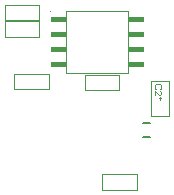
<source format=gbr>
%TF.GenerationSoftware,KiCad,Pcbnew,8.0.8+dfsg-1*%
%TF.CreationDate,2025-02-13T13:44:33+01:00*%
%TF.ProjectId,DigiKitkat,44696769-4b69-4746-9b61-742e6b696361,rev?*%
%TF.SameCoordinates,Original*%
%TF.FileFunction,Other,ECO1*%
%FSLAX46Y46*%
G04 Gerber Fmt 4.6, Leading zero omitted, Abs format (unit mm)*
G04 Created by KiCad (PCBNEW 8.0.8+dfsg-1) date 2025-02-13 13:44:33*
%MOMM*%
%LPD*%
G01*
G04 APERTURE LIST*
%ADD10C,0.157500*%
%ADD11C,0.152400*%
%ADD12C,0.100000*%
%ADD13C,0.050800*%
%ADD14C,0.000000*%
G04 APERTURE END LIST*
D10*
G36*
X158023895Y-102455309D02*
G01*
X158021591Y-102418868D01*
X158014677Y-102385597D01*
X158003155Y-102355496D01*
X157987023Y-102328565D01*
X157966283Y-102304805D01*
X157958345Y-102297589D01*
X157932112Y-102278502D01*
X157902461Y-102263364D01*
X157869390Y-102252175D01*
X157839219Y-102245868D01*
X157806675Y-102242303D01*
X157778929Y-102241425D01*
X157744805Y-102242856D01*
X157712830Y-102247150D01*
X157677296Y-102256081D01*
X157644857Y-102269135D01*
X157615511Y-102286310D01*
X157597667Y-102300051D01*
X157574397Y-102323490D01*
X157555941Y-102349841D01*
X157542300Y-102379101D01*
X157533473Y-102411272D01*
X157529461Y-102446353D01*
X157529193Y-102458694D01*
X157531208Y-102489742D01*
X157539393Y-102525754D01*
X157553874Y-102558655D01*
X157574652Y-102588445D01*
X157601725Y-102615125D01*
X157627917Y-102634229D01*
X157658139Y-102651343D01*
X157623979Y-102718739D01*
X157595431Y-102703531D01*
X157569566Y-102686181D01*
X157542781Y-102663231D01*
X157519649Y-102637366D01*
X157502727Y-102612874D01*
X157486539Y-102582066D01*
X157474327Y-102549152D01*
X157466091Y-102514133D01*
X157462196Y-102482440D01*
X157461182Y-102454847D01*
X157462534Y-102421154D01*
X157466591Y-102389203D01*
X157473353Y-102358994D01*
X157484661Y-102325952D01*
X157499650Y-102295281D01*
X157518055Y-102267394D01*
X157539612Y-102242569D01*
X157564321Y-102220808D01*
X157592180Y-102202111D01*
X157609515Y-102192801D01*
X157642078Y-102179071D01*
X157671993Y-102169987D01*
X157703758Y-102163380D01*
X157737373Y-102159250D01*
X157772839Y-102157599D01*
X157778929Y-102157564D01*
X157814558Y-102158795D01*
X157848201Y-102162488D01*
X157879858Y-102168643D01*
X157909529Y-102177260D01*
X157943825Y-102191493D01*
X157975018Y-102209573D01*
X158003108Y-102231500D01*
X158008354Y-102236347D01*
X158032291Y-102262443D01*
X158052172Y-102291492D01*
X158067995Y-102323494D01*
X158079761Y-102358448D01*
X158086252Y-102388537D01*
X158090147Y-102420516D01*
X158091445Y-102454385D01*
X158090104Y-102489780D01*
X158086079Y-102522914D01*
X158079371Y-102553787D01*
X158068154Y-102586947D01*
X158053285Y-102617029D01*
X158034830Y-102643983D01*
X158012855Y-102667624D01*
X157987361Y-102687951D01*
X157958348Y-102704965D01*
X157940188Y-102713200D01*
X157914184Y-102634878D01*
X157942222Y-102620901D01*
X157968693Y-102600603D01*
X157990235Y-102575286D01*
X157995736Y-102566713D01*
X158009348Y-102538926D01*
X158018505Y-102508365D01*
X158023208Y-102475028D01*
X158023895Y-102455309D01*
G37*
G36*
X157471030Y-102793521D02*
G01*
X157525962Y-102793521D01*
X157556526Y-102808235D01*
X157584746Y-102824873D01*
X157610622Y-102843434D01*
X157615516Y-102847377D01*
X157639111Y-102867600D01*
X157663365Y-102890574D01*
X157685836Y-102914312D01*
X157706959Y-102938340D01*
X157726955Y-102962187D01*
X157744154Y-102983708D01*
X157764350Y-103008607D01*
X157786229Y-103033432D01*
X157798010Y-103045873D01*
X157822043Y-103068076D01*
X157847018Y-103086214D01*
X157854327Y-103090650D01*
X157883749Y-103102910D01*
X157914320Y-103107580D01*
X157921262Y-103107730D01*
X157953287Y-103104239D01*
X157982128Y-103092468D01*
X157999583Y-103078186D01*
X158017616Y-103050523D01*
X158026102Y-103018271D01*
X158027434Y-102996480D01*
X158024234Y-102964365D01*
X158013444Y-102934017D01*
X158000353Y-102914466D01*
X157976969Y-102894068D01*
X157947440Y-102881114D01*
X157924339Y-102876613D01*
X157931725Y-102796907D01*
X157962274Y-102802819D01*
X157993688Y-102814824D01*
X158021370Y-102832425D01*
X158045322Y-102855624D01*
X158048053Y-102858917D01*
X158067037Y-102887595D01*
X158080597Y-102920082D01*
X158088013Y-102951632D01*
X158091276Y-102986097D01*
X158091445Y-102996480D01*
X158089909Y-103029545D01*
X158084233Y-103064333D01*
X158074375Y-103095043D01*
X158057988Y-103125144D01*
X158047745Y-103138197D01*
X158023674Y-103159874D01*
X157995006Y-103175357D01*
X157961740Y-103184647D01*
X157928862Y-103187696D01*
X157923878Y-103187744D01*
X157892835Y-103184622D01*
X157861910Y-103175256D01*
X157853096Y-103171433D01*
X157824566Y-103155690D01*
X157798185Y-103136515D01*
X157782776Y-103123271D01*
X157759987Y-103100643D01*
X157738038Y-103076648D01*
X157716282Y-103051626D01*
X157696078Y-103027635D01*
X157673988Y-103000788D01*
X157654033Y-102977198D01*
X157632801Y-102953670D01*
X157610724Y-102931268D01*
X157600283Y-102921544D01*
X157576048Y-102901817D01*
X157548649Y-102884654D01*
X157537195Y-102879229D01*
X157537195Y-103197284D01*
X157471030Y-103197284D01*
X157471030Y-102793521D01*
G37*
D11*
%TO.C,C1*%
X156499130Y-106661850D02*
X157099080Y-106661850D01*
X156499130Y-105461950D02*
X157099080Y-105461950D01*
D12*
%TO.C,R5*%
X153029450Y-109818340D02*
X155939280Y-109818340D01*
X153029450Y-111142150D02*
X153029450Y-109818340D01*
X155939280Y-111142150D02*
X155939280Y-109818340D01*
X153029450Y-111142150D02*
X155939280Y-111142150D01*
%TO.C,R4*%
X151524640Y-101401300D02*
X154434460Y-101401300D01*
X151524640Y-102725110D02*
X151524640Y-101401300D01*
X154434460Y-102725110D02*
X154434460Y-101401300D01*
X151524640Y-102725110D02*
X154434460Y-102725110D01*
%TO.C,R3*%
X145579210Y-101321030D02*
X148489030Y-101321030D01*
X145579210Y-102644840D02*
X145579210Y-101321030D01*
X148489030Y-102644840D02*
X148489030Y-101321030D01*
X145579210Y-102644840D02*
X148489030Y-102644840D01*
%TO.C,R2*%
X144760990Y-98176600D02*
X147670810Y-98176600D01*
X147670810Y-98176600D02*
X147670810Y-96852790D01*
X144760990Y-98176600D02*
X144760990Y-96852790D01*
X144760990Y-96852790D02*
X147670810Y-96852790D01*
%TO.C,R1*%
X144766290Y-95472190D02*
X147676120Y-95472190D01*
X144766290Y-96796000D02*
X144766290Y-95472190D01*
X147676120Y-96796000D02*
X147676120Y-95472190D01*
X144766290Y-96796000D02*
X147676120Y-96796000D01*
%TO.C,C2*%
X157904430Y-103566800D02*
X157904430Y-103288820D01*
X157788120Y-103407880D02*
X157991160Y-103407880D01*
X158691830Y-104890580D02*
X158691830Y-101960580D01*
X157155130Y-104890580D02*
X158691830Y-104890580D01*
X157155130Y-104890580D02*
X157155130Y-101960580D01*
X157155130Y-101960580D02*
X158691830Y-101960580D01*
D13*
%TO.C,U2*%
X149950270Y-96005530D02*
X155230270Y-96005530D01*
X155230270Y-101235540D02*
X155230270Y-96005530D01*
X149950270Y-101235540D02*
X155230270Y-101235540D01*
X149950270Y-101235540D02*
X149950270Y-96005530D01*
D14*
G36*
X148670246Y-95975380D02*
G01*
X148670246Y-95975380D01*
G75*
G02*
X148670234Y-96095420I-46J-60020D01*
G01*
X148670234Y-96095420D01*
G75*
G02*
X148670246Y-95975380I-34J60020D01*
G01*
X148670246Y-95975380D01*
G37*
G36*
X149290280Y-96940530D02*
G01*
X148640260Y-96940530D01*
X148640260Y-96490540D01*
X149290280Y-96490540D01*
X149290280Y-96940530D01*
G37*
G36*
X149995280Y-96940530D02*
G01*
X149280270Y-96940530D01*
X149280270Y-96490540D01*
X149995280Y-96490540D01*
X149995280Y-96940530D01*
G37*
G36*
X149290280Y-98210530D02*
G01*
X148640260Y-98210530D01*
X148640260Y-97760540D01*
X149290280Y-97760540D01*
X149290280Y-98210530D01*
G37*
G36*
X149995280Y-98210530D02*
G01*
X149280270Y-98210530D01*
X149280270Y-97760540D01*
X149995280Y-97760540D01*
X149995280Y-98210530D01*
G37*
G36*
X149290280Y-99480530D02*
G01*
X148640260Y-99480530D01*
X148640260Y-99030540D01*
X149290280Y-99030540D01*
X149290280Y-99480530D01*
G37*
G36*
X149995280Y-99480530D02*
G01*
X149280270Y-99480530D01*
X149280270Y-99030540D01*
X149995280Y-99030540D01*
X149995280Y-99480530D01*
G37*
G36*
X149290280Y-100750530D02*
G01*
X148640260Y-100750530D01*
X148640260Y-100300540D01*
X149290280Y-100300540D01*
X149290280Y-100750530D01*
G37*
G36*
X149995280Y-100750530D02*
G01*
X149280270Y-100750530D01*
X149280270Y-100300540D01*
X149995280Y-100300540D01*
X149995280Y-100750530D01*
G37*
G36*
X156540270Y-96940530D02*
G01*
X155890260Y-96940530D01*
X155890260Y-96490540D01*
X156540270Y-96490540D01*
X156540270Y-96940530D01*
G37*
G36*
X155900270Y-96940530D02*
G01*
X155185260Y-96940530D01*
X155185260Y-96490540D01*
X155900270Y-96490540D01*
X155900270Y-96940530D01*
G37*
G36*
X156540270Y-98210530D02*
G01*
X155890260Y-98210530D01*
X155890260Y-97760540D01*
X156540270Y-97760540D01*
X156540270Y-98210530D01*
G37*
G36*
X155900270Y-98210530D02*
G01*
X155185260Y-98210530D01*
X155185260Y-97760540D01*
X155900270Y-97760540D01*
X155900270Y-98210530D01*
G37*
G36*
X156540270Y-99480530D02*
G01*
X155890260Y-99480530D01*
X155890260Y-99030540D01*
X156540270Y-99030540D01*
X156540270Y-99480530D01*
G37*
G36*
X155900270Y-99480530D02*
G01*
X155185260Y-99480530D01*
X155185260Y-99030540D01*
X155900270Y-99030540D01*
X155900270Y-99480530D01*
G37*
G36*
X156540270Y-100750530D02*
G01*
X155890260Y-100750530D01*
X155890260Y-100300540D01*
X156540270Y-100300540D01*
X156540270Y-100750530D01*
G37*
G36*
X155900270Y-100750530D02*
G01*
X155185260Y-100750530D01*
X155185260Y-100300540D01*
X155900270Y-100300540D01*
X155900270Y-100750530D01*
G37*
%TD*%
M02*

</source>
